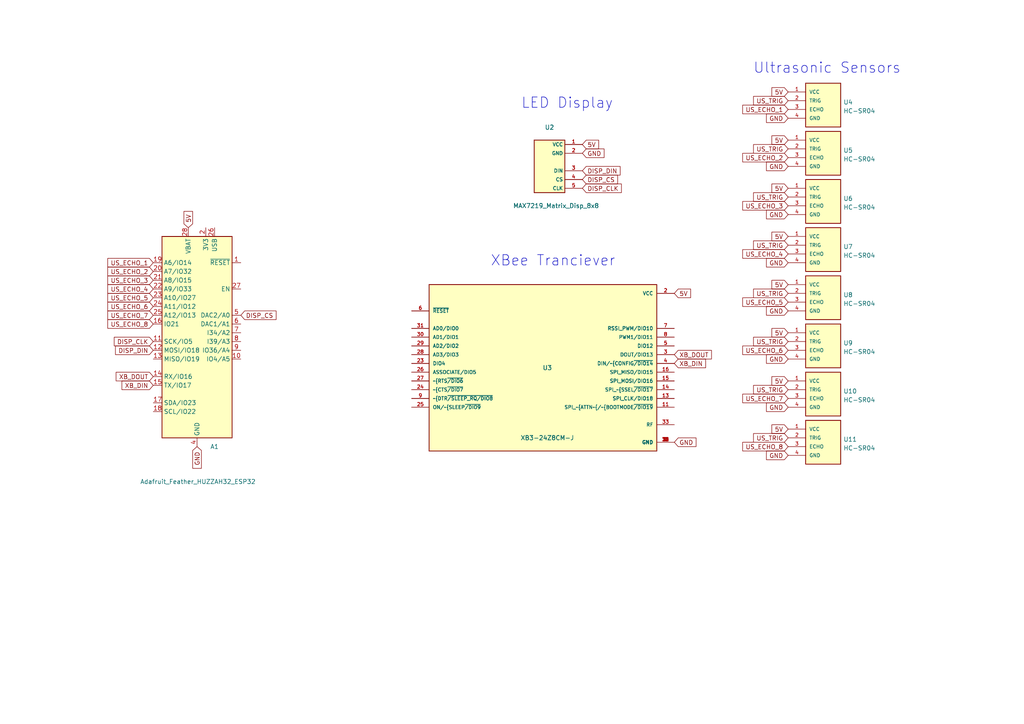
<source format=kicad_sch>
(kicad_sch (version 20211123) (generator eeschema)
  (paper "A4")
  (lib_symbols
    (symbol "Library:HC-SR04" (pin_names (offset 1.016))
      (property "Reference" "U" (at 0 5.0813 0))
      (property "Value" "HC-SR04" (at 0 -10.163 0))
      (symbol "HC-SR04_0_0"
        (rectangle (start 0 -7.62) (end 10.16 5.08) (stroke (width 0.254)) (fill (type background)))
        (pin power_in line (at -5.08 2.54 0) (length 5.08) (name "VCC") (number "1"))
        (pin bidirectional line (at -5.08 0 0) (length 5.08) (name "TRIG") (number "2"))
        (pin bidirectional line (at -5.08 -2.54 0) (length 5.08) (name "ECHO") (number "3"))
        (pin power_in line (at -5.08 -5.08 0) (length 5.08) (name "GND") (number "4"))
      )
    )
    (symbol "Library:MAX7219_Matrix_Disp_8x8"
      (property "Reference" "U" (at 0 0 0))
      (property "Value" "MAX7219_Matrix_Disp_8x8" (at 26.67 60.96 0))
      (symbol "MAX7219_Matrix_Disp_8x8_0_0"
        (rectangle (start 20.32 83.82) (end 29.21 68.58) (stroke (width 0.254)) (fill (type background)))
        (pin power_in line (at 34.29 82.55 180) (length 5.08) (name "VCC") (number "1"))
        (pin power_in line (at 34.29 80.01 180) (length 5.08) (name "GND") (number "2"))
        (pin output line (at 34.29 74.93 180) (length 5.08) (name "DIN") (number "3"))
        (pin input line (at 34.29 72.39 180) (length 5.08) (name "CS") (number "4"))
        (pin input line (at 34.29 69.85 180) (length 5.08) (name "CLK") (number "5"))
      )
    )
    (symbol "Library:XB3-24Z8CM-J" (pin_names (offset 1.016))
      (property "Reference" "U" (at -33.02 26.035 0))
      (property "Value" "XB3-24Z8CM-J" (at -33.02 -25.4 0))
      (symbol "XB3-24Z8CM-J_0_0"
        (rectangle (start -33.02 -22.86) (end 33.02 25.4) (stroke (width 0.254)) (fill (type background)))
        (pin power_in line (at 38.1 -20.32 180) (length 5.08) (name "GND") (number "1"))
        (pin power_in line (at 38.1 -20.32 180) (length 5.08) (name "GND") (number "10"))
        (pin bidirectional line (at 38.1 -10.16 180) (length 5.08) (name "SPI_~{ATTN~{/~{BOOTMODE~{/DIO19}") (number "11"))
        (pin power_in line (at 38.1 -20.32 180) (length 5.08) (name "GND") (number "12"))
        (pin bidirectional line (at 38.1 -7.62 180) (length 5.08) (name "SPI_CLK/DIO18") (number "13"))
        (pin bidirectional line (at 38.1 -5.08 180) (length 5.08) (name "SPI_~{SSEL~{/DIO17}") (number "14"))
        (pin bidirectional line (at 38.1 -2.54 180) (length 5.08) (name "SPI_MOSI/DIO16") (number "15"))
        (pin bidirectional line (at 38.1 0 180) (length 5.08) (name "SPI_MISO/DIO15") (number "16"))
        (pin power_in line (at 38.1 22.86 180) (length 5.08) (name "VCC") (number "2"))
        (pin power_in line (at 38.1 -20.32 180) (length 5.08) (name "GND") (number "21"))
        (pin bidirectional line (at -38.1 2.54 0) (length 5.08) (name "DIO4") (number "23"))
        (pin bidirectional line (at -38.1 -5.08 0) (length 5.08) (name "~{CTS~{/DIO7}") (number "24"))
        (pin bidirectional line (at -38.1 -10.16 0) (length 5.08) (name "ON/~{SLEEP~{/DIO9}") (number "25"))
        (pin bidirectional line (at -38.1 0 0) (length 5.08) (name "ASSOCIATE/DIO5") (number "26"))
        (pin bidirectional line (at -38.1 -2.54 0) (length 5.08) (name "~{RTS~{/DIO6}") (number "27"))
        (pin bidirectional line (at -38.1 5.08 0) (length 5.08) (name "AD3/DIO3") (number "28"))
        (pin bidirectional line (at -38.1 7.62 0) (length 5.08) (name "AD2/DIO2") (number "29"))
        (pin bidirectional line (at 38.1 5.08 180) (length 5.08) (name "DOUT/DIO13") (number "3"))
        (pin bidirectional line (at -38.1 10.16 0) (length 5.08) (name "AD1/DIO1") (number "30"))
        (pin bidirectional line (at -38.1 12.7 0) (length 5.08) (name "AD0/DIO0") (number "31"))
        (pin power_in line (at 38.1 -20.32 180) (length 5.08) (name "GND") (number "32"))
        (pin bidirectional line (at 38.1 -15.24 180) (length 5.08) (name "RF") (number "33"))
        (pin power_in line (at 38.1 -20.32 180) (length 5.08) (name "GND") (number "34"))
        (pin bidirectional line (at 38.1 2.54 180) (length 5.08) (name "DIN/~{CONFIG~{/DIO14}") (number "4"))
        (pin bidirectional line (at 38.1 7.62 180) (length 5.08) (name "DIO12") (number "5"))
        (pin input line (at -38.1 17.78 0) (length 5.08) (name "~{RESET}") (number "6"))
        (pin bidirectional line (at 38.1 12.7 180) (length 5.08) (name "RSSI_PWM/DIO10") (number "7"))
        (pin bidirectional line (at 38.1 10.16 180) (length 5.08) (name "PWM1/DIO11") (number "8"))
        (pin bidirectional line (at -38.1 -7.62 0) (length 5.08) (name "~{DTR~{/SLEEP_RQ/DIO8}") (number "9"))
      )
    )
    (symbol "MCU_Module:Adafruit_Feather_HUZZAH32_ESP32"
      (property "Reference" "A" (at -10.16 29.21 0))
      (property "Value" "Adafruit_Feather_HUZZAH32_ESP32" (at 2.54 -31.75 0))
      (symbol "Adafruit_Feather_HUZZAH32_ESP32_0_1"
        (rectangle (start -10.16 27.94) (end 10.16 -30.48) (stroke (width 0.254)) (fill (type background)))
      )
      (symbol "Adafruit_Feather_HUZZAH32_ESP32_1_1"
        (pin input line (at 12.7 20.32 180) (length 2.54) (name "~{RESET}") (number "1"))
        (pin bidirectional line (at 12.7 -7.62 180) (length 2.54) (name "IO4/A5") (number "10"))
        (pin bidirectional line (at -12.7 -2.54 0) (length 2.54) (name "SCK/IO5") (number "11"))
        (pin bidirectional line (at -12.7 -5.08 0) (length 2.54) (name "MOSI/IO18") (number "12"))
        (pin bidirectional line (at -12.7 -7.62 0) (length 2.54) (name "MISO/IO19") (number "13"))
        (pin bidirectional line (at -12.7 -12.7 0) (length 2.54) (name "RX/IO16") (number "14"))
        (pin bidirectional line (at -12.7 -15.24 0) (length 2.54) (name "TX/IO17") (number "15"))
        (pin bidirectional line (at -12.7 2.54 0) (length 2.54) (name "IO21") (number "16"))
        (pin bidirectional line (at -12.7 -20.32 0) (length 2.54) (name "SDA/IO23") (number "17"))
        (pin bidirectional line (at -12.7 -22.86 0) (length 2.54) (name "SCL/IO22") (number "18"))
        (pin bidirectional line (at -12.7 20.32 0) (length 2.54) (name "A6/IO14") (number "19"))
        (pin power_in line (at 2.54 30.48 270) (length 2.54) (name "3V3") (number "2"))
        (pin bidirectional line (at -12.7 17.78 0) (length 2.54) (name "A7/IO32") (number "20"))
        (pin bidirectional line (at -12.7 15.24 0) (length 2.54) (name "A8/IO15") (number "21"))
        (pin bidirectional line (at -12.7 12.7 0) (length 2.54) (name "A9/IO33") (number "22"))
        (pin bidirectional line (at -12.7 10.16 0) (length 2.54) (name "A10/IO27") (number "23"))
        (pin bidirectional line (at -12.7 7.62 0) (length 2.54) (name "A11/IO12") (number "24"))
        (pin bidirectional line (at -12.7 5.08 0) (length 2.54) (name "A12/IO13") (number "25"))
        (pin power_in line (at 5.08 30.48 270) (length 2.54) (name "USB") (number "26"))
        (pin input line (at 12.7 12.7 180) (length 2.54) (name "EN") (number "27"))
        (pin power_in line (at -2.54 30.48 270) (length 2.54) (name "VBAT") (number "28"))
        (pin no_connect line (at 10.16 10.16 180) (length 2.54) hide (name "NC") (number "3"))
        (pin power_in line (at 0 -33.02 90) (length 2.54) (name "GND") (number "4"))
        (pin bidirectional line (at 12.7 5.08 180) (length 2.54) (name "DAC2/A0") (number "5"))
        (pin bidirectional line (at 12.7 2.54 180) (length 2.54) (name "DAC1/A1") (number "6"))
        (pin bidirectional line (at 12.7 0 180) (length 2.54) (name "I34/A2") (number "7"))
        (pin bidirectional line (at 12.7 -2.54 180) (length 2.54) (name "I39/A3") (number "8"))
        (pin bidirectional line (at 12.7 -5.08 180) (length 2.54) (name "IO36/A4") (number "9"))
      )
    )
  )
  (text "Ultrasonic Sensors" (at 218.44 21.59 0) (effects (font (size 3 3)) (justify left bottom)))
  (text "LED Display" (at 151.13 31.75 0) (effects (font (size 3 3)) (justify left bottom)))
  (text "XBee Tranciever " (at 142.24 77.47 0) (effects (font (size 3 3)) (justify left bottom)))
  (global_label "5V" (shape input) (at 228.6 26.67 180) (property "Intersheet References" "${INTERSHEET_REFS}" (effects hide)))
  (global_label "US_ECHO_3" (shape input) (at 228.6 59.69 180) (property "Intersheet References" "${INTERSHEET_REFS}" (effects hide)))
  (global_label "US_ECHO_7" (shape input) (at 228.6 115.57 180) (property "Intersheet References" "${INTERSHEET_REFS}" (effects hide)))
  (global_label "GND" (shape input) (at 57.15 129.54 270) (property "Intersheet References" "${INTERSHEET_REFS}" (effects hide)))
  (global_label "DISP_DIN" (shape input) (at 168.91 49.53 0) (property "Intersheet References" "${INTERSHEET_REFS}" (effects hide)))
  (global_label "US_TRIG" (shape input) (at 228.6 85.09 180) (property "Intersheet References" "${INTERSHEET_REFS}" (effects hide)))
  (global_label "US_TRIG" (shape input) (at 228.6 57.15 180) (property "Intersheet References" "${INTERSHEET_REFS}" (effects hide)))
  (global_label "XB_DIN" (shape input) (at 44.45 111.76 180) (property "Intersheet References" "${INTERSHEET_REFS}" (effects hide)))
  (global_label "5V" (shape input) (at 195.58 85.09 0) (property "Intersheet References" "${INTERSHEET_REFS}" (effects hide)))
  (global_label "5V" (shape input) (at 228.6 110.49 180) (property "Intersheet References" "${INTERSHEET_REFS}" (effects hide)))
  (global_label "DISP_CLK" (shape input) (at 44.45 99.06 180) (property "Intersheet References" "${INTERSHEET_REFS}" (effects hide)))
  (global_label "US_ECHO_8" (shape input) (at 44.45 93.98 180) (property "Intersheet References" "${INTERSHEET_REFS}" (effects hide)))
  (global_label "5V" (shape input) (at 228.6 96.52 180) (property "Intersheet References" "${INTERSHEET_REFS}" (effects hide)))
  (global_label "US_ECHO_1" (shape input) (at 228.6 31.75 180) (property "Intersheet References" "${INTERSHEET_REFS}" (effects hide)))
  (global_label "GND" (shape input) (at 228.6 118.11 180) (property "Intersheet References" "${INTERSHEET_REFS}" (effects hide)))
  (global_label "GND" (shape input) (at 168.91 44.45 0) (property "Intersheet References" "${INTERSHEET_REFS}" (effects hide)))
  (global_label "US_ECHO_1" (shape input) (at 44.45 76.2 180) (property "Intersheet References" "${INTERSHEET_REFS}" (effects hide)))
  (global_label "US_ECHO_6" (shape input) (at 44.45 88.9 180) (property "Intersheet References" "${INTERSHEET_REFS}" (effects hide)))
  (global_label "5V" (shape input) (at 228.6 124.46 180) (property "Intersheet References" "${INTERSHEET_REFS}" (effects hide)))
  (global_label "US_ECHO_7" (shape input) (at 44.45 91.44 180) (property "Intersheet References" "${INTERSHEET_REFS}" (effects hide)))
  (global_label "GND" (shape input) (at 228.6 132.08 180) (property "Intersheet References" "${INTERSHEET_REFS}" (effects hide)))
  (global_label "XB_DIN" (shape input) (at 195.58 105.41 0) (property "Intersheet References" "${INTERSHEET_REFS}" (effects hide)))
  (global_label "5V" (shape input) (at 54.61 66.04 90) (property "Intersheet References" "${INTERSHEET_REFS}" (effects hide)))
  (global_label "GND" (shape input) (at 228.6 90.17 180) (property "Intersheet References" "${INTERSHEET_REFS}" (effects hide)))
  (global_label "US_ECHO_8" (shape input) (at 228.6 129.54 180) (property "Intersheet References" "${INTERSHEET_REFS}" (effects hide)))
  (global_label "5V" (shape input) (at 228.6 54.61 180) (property "Intersheet References" "${INTERSHEET_REFS}" (effects hide)))
  (global_label "GND" (shape input) (at 228.6 104.14 180) (property "Intersheet References" "${INTERSHEET_REFS}" (effects hide)))
  (global_label "GND" (shape input) (at 195.58 128.27 0) (property "Intersheet References" "${INTERSHEET_REFS}" (effects hide)))
  (global_label "US_TRIG" (shape input) (at 228.6 99.06 180) (property "Intersheet References" "${INTERSHEET_REFS}" (effects hide)))
  (global_label "5V" (shape input) (at 168.91 41.91 0) (property "Intersheet References" "${INTERSHEET_REFS}" (effects hide)))
  (global_label "XB_DOUT" (shape input) (at 195.58 102.87 0) (property "Intersheet References" "${INTERSHEET_REFS}" (effects hide)))
  (global_label "5V" (shape input) (at 228.6 82.55 180) (property "Intersheet References" "${INTERSHEET_REFS}" (effects hide)))
  (global_label "US_ECHO_4" (shape input) (at 228.6 73.66 180) (property "Intersheet References" "${INTERSHEET_REFS}" (effects hide)))
  (global_label "DISP_CS" (shape input) (at 168.91 52.07 0) (property "Intersheet References" "${INTERSHEET_REFS}" (effects hide)))
  (global_label "US_ECHO_4" (shape input) (at 44.45 83.82 180) (property "Intersheet References" "${INTERSHEET_REFS}" (effects hide)))
  (global_label "DISP_CS" (shape input) (at 69.85 91.44 0) (property "Intersheet References" "${INTERSHEET_REFS}" (effects hide)))
  (global_label "US_ECHO_6" (shape input) (at 228.6 101.6 180) (property "Intersheet References" "${INTERSHEET_REFS}" (effects hide)))
  (global_label "GND" (shape input) (at 228.6 76.2 180) (property "Intersheet References" "${INTERSHEET_REFS}" (effects hide)))
  (global_label "GND" (shape input) (at 228.6 48.26 180) (property "Intersheet References" "${INTERSHEET_REFS}" (effects hide)))
  (global_label "5V" (shape input) (at 228.6 68.58 180) (property "Intersheet References" "${INTERSHEET_REFS}" (effects hide)))
  (global_label "US_TRIG" (shape input) (at 228.6 71.12 180) (property "Intersheet References" "${INTERSHEET_REFS}" (effects hide)))
  (global_label "US_ECHO_2" (shape input) (at 44.45 78.74 180) (property "Intersheet References" "${INTERSHEET_REFS}" (effects hide)))
  (global_label "US_ECHO_5" (shape input) (at 228.6 87.63 180) (property "Intersheet References" "${INTERSHEET_REFS}" (effects hide)))
  (global_label "US_TRIG" (shape input) (at 228.6 43.18 180) (property "Intersheet References" "${INTERSHEET_REFS}" (effects hide)))
  (global_label "US_TRIG" (shape input) (at 228.6 113.03 180) (property "Intersheet References" "${INTERSHEET_REFS}" (effects hide)))
  (global_label "GND" (shape input) (at 228.6 62.23 180) (property "Intersheet References" "${INTERSHEET_REFS}" (effects hide)))
  (global_label "US_ECHO_2" (shape input) (at 228.6 45.72 180) (property "Intersheet References" "${INTERSHEET_REFS}" (effects hide)))
  (global_label "US_TRIG" (shape input) (at 228.6 29.21 180) (property "Intersheet References" "${INTERSHEET_REFS}" (effects hide)))
  (global_label "XB_DOUT" (shape input) (at 44.45 109.22 180) (property "Intersheet References" "${INTERSHEET_REFS}" (effects hide)))
  (global_label "GND" (shape input) (at 228.6 34.29 180) (property "Intersheet References" "${INTERSHEET_REFS}" (effects hide)))
  (global_label "US_ECHO_5" (shape input) (at 44.45 86.36 180) (property "Intersheet References" "${INTERSHEET_REFS}" (effects hide)))
  (global_label "US_TRIG" (shape input) (at 228.6 127 180) (property "Intersheet References" "${INTERSHEET_REFS}" (effects hide)))
  (global_label "DISP_DIN" (shape input) (at 44.45 101.6 180) (property "Intersheet References" "${INTERSHEET_REFS}" (effects hide)))
  (global_label "US_ECHO_3" (shape input) (at 44.45 81.28 180) (property "Intersheet References" "${INTERSHEET_REFS}" (effects hide)))
  (global_label "DISP_CLK" (shape input) (at 168.91 54.61 0) (property "Intersheet References" "${INTERSHEET_REFS}" (effects hide)))
  (global_label "5V" (shape input) (at 228.6 40.64 180) (property "Intersheet References" "${INTERSHEET_REFS}" (effects hide)))
  (symbol (lib_id "Library:HC-SR04") (at 233.68 71.12 0) (unit 1)
    (property "Reference" "U7" (at 244.602 71.5553 0) (effects (justify left)))
    (property "Value" "HC-SR04" (at 244.602 74.0922 0) (effects (justify left)))
    (property "Footprint" "XCVR_HC-SR04" (effects hide))
    (property "MANUFACTURER" "Osepp" (effects hide))
  )
  (symbol (lib_id "Library:HC-SR04") (at 233.68 57.15 0) (unit 1)
    (property "Reference" "U6" (at 244.602 57.5853 0) (effects (justify left)))
    (property "Value" "HC-SR04" (at 244.602 60.1222 0) (effects (justify left)))
    (property "Footprint" "XCVR_HC-SR04" (effects hide))
    (property "MANUFACTURER" "Osepp" (effects hide))
  )
  (symbol (lib_id "Library:HC-SR04") (at 233.68 85.09 0) (unit 1)
    (property "Reference" "U8" (at 244.602 85.5253 0) (effects (justify left)))
    (property "Value" "HC-SR04" (at 244.602 88.0622 0) (effects (justify left)))
    (property "Footprint" "XCVR_HC-SR04" (effects hide))
    (property "MANUFACTURER" "Osepp" (effects hide))
  )
  (symbol (lib_id "Library:XB3-24Z8CM-J") (at 157.48 107.95 0) (unit 1)
    (property "Reference" "U3" (at 158.75 106.68 0))
    (property "Value" "XB3-24Z8CM-J" (at 158.75 127 0))
    (property "Footprint" "Library:XB3-24Z8UM-J" (effects hide))
    (property "STANDARD" "Manufacturer Recommendations" (effects hide))
    (property "MANUFACTURER" "DIGI INTERNATIONAL" (effects hide))
    (property "PARTREV" "N/A" (effects hide))
    (property "MAXIMUM_PACKAGE_HEIGHT" "2.21mm" (effects hide))
  )
  (symbol (lib_id "Library:HC-SR04") (at 233.68 43.18 0) (unit 1)
    (property "Reference" "U5" (at 244.602 43.6153 0) (effects (justify left)))
    (property "Value" "HC-SR04" (at 244.602 46.1522 0) (effects (justify left)))
    (property "Footprint" "XCVR_HC-SR04" (effects hide))
    (property "MANUFACTURER" "Osepp" (effects hide))
  )
  (symbol (lib_id "Library:MAX7219_Matrix_Disp_8x8") (at 134.62 124.46 0) (unit 1)
    (property "Reference" "U2" (at 159.385 36.9402 0))
    (property "Value" "MAX7219_Matrix_Disp_8x8" (at 161.29 59.69 0))
  )
  (symbol (lib_id "Library:HC-SR04") (at 233.68 29.21 0) (unit 1)
    (property "Reference" "U4" (at 244.602 29.6453 0) (effects (justify left)))
    (property "Value" "HC-SR04" (at 244.602 32.1822 0) (effects (justify left)))
    (property "Footprint" "XCVR_HC-SR04" (effects hide))
    (property "MANUFACTURER" "Osepp" (effects hide))
  )
  (symbol (lib_id "MCU_Module:Adafruit_Feather_HUZZAH32_ESP32") (at 57.15 96.52 0) (unit 1)
    (property "Reference" "A1" (at 60.96 129.54 0) (effects (justify left)))
    (property "Value" "Adafruit_Feather_HUZZAH32_ESP32" (at 40.64 139.7 0) (effects (justify left)))
    (property "Footprint" "Module:Adafruit_Feather" (effects hide))
    (property "Datasheet" "https://cdn-learn.adafruit.com/downloads/pdf/adafruit-huzzah32-esp32-feather.pdf" (effects hide))
  )
  (symbol (lib_id "Library:HC-SR04") (at 233.68 99.06 0) (unit 1)
    (property "Reference" "U9" (at 244.602 99.4953 0) (effects (justify left)))
    (property "Value" "HC-SR04" (at 244.602 102.0322 0) (effects (justify left)))
    (property "Footprint" "XCVR_HC-SR04" (effects hide))
    (property "MANUFACTURER" "Osepp" (effects hide))
  )
  (symbol (lib_id "Library:HC-SR04") (at 233.68 127 0) (unit 1)
    (property "Reference" "U11" (at 244.602 127.4353 0) (effects (justify left)))
    (property "Value" "HC-SR04" (at 244.602 129.9722 0) (effects (justify left)))
    (property "Footprint" "XCVR_HC-SR04" (effects hide))
    (property "MANUFACTURER" "Osepp" (effects hide))
  )
  (symbol (lib_id "Library:HC-SR04") (at 233.68 113.03 0) (unit 1)
    (property "Reference" "U10" (at 244.602 113.4653 0) (effects (justify left)))
    (property "Value" "HC-SR04" (at 244.602 116.0022 0) (effects (justify left)))
    (property "Footprint" "XCVR_HC-SR04" (effects hide))
    (property "MANUFACTURER" "Osepp" (effects hide))
  )
)
</source>
